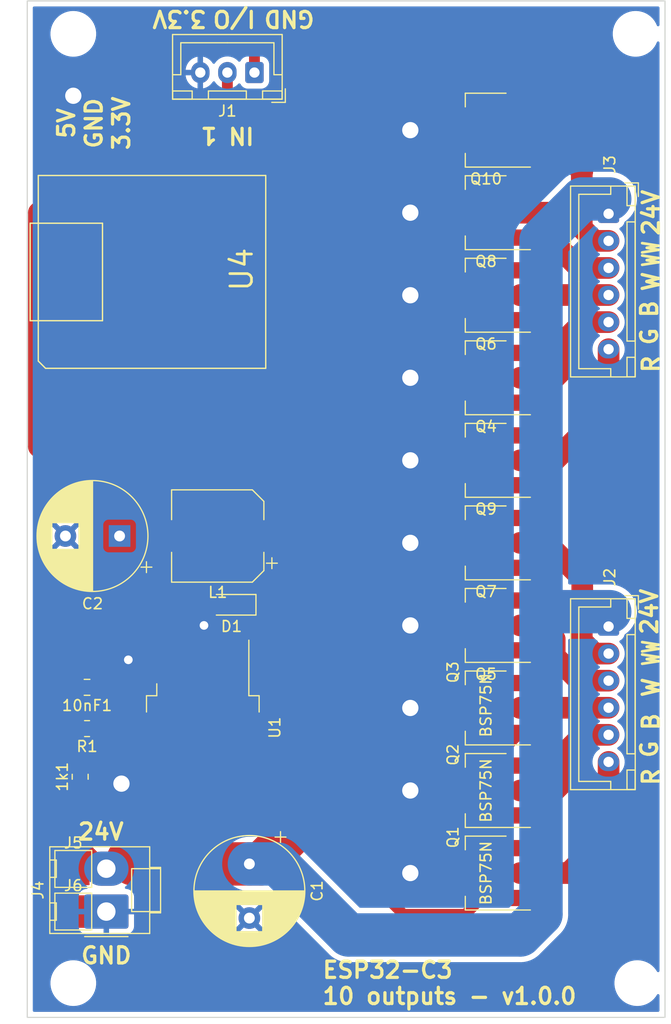
<source format=kicad_pcb>
(kicad_pcb (version 20211014) (generator pcbnew)
  (layers (0 "F.Cu" signal) (31 "B.Cu" signal) (34 "B.Paste" user) (35 "F.Paste" user) (36 "B.SilkS" user "B.Silkscreen") (37 "F.SilkS" user "F.Silkscreen") (38 "B.Mask" user) (39 "F.Mask" user) (44 "Edge.Cuts" user))
  (net 0 "")
  (net 1 "GND")
  (net 2 "+3.3V")
  (net 3 "OUT1")
  (net 4 "OUT3")
  (net 5 "OUT2")
  (net 6 "OUT4")
  (net 7 "GND_OUT1")
  (net 8 "GND_OUT2")
  (net 9 "GND_OUT3")
  (net 10 "+24V")
  (net 11 "Net-(D1-Pad1)")
  (net 12 "Net-(10nF1-Pad1)")
  (net 13 "OUT5")
  (net 14 "OUT9")
  (net 15 "IN1")
  (net 16 "GND_OUT10")
  (net 17 "OUT8")
  (net 18 "OUT7")
  (net 19 "OUT6")
  (net 20 "+5V")
  (net 21 "GND_OUT7")
  (net 22 "GND_OUT8")
  (net 23 "GND_OUT9")
  (net 24 "GND_OUT4")
  (net 25 "GND_OUT5")
  (net 26 "GND_OUT6")
  (net 27 "OUT10")
  (footprint "Connector_JST:JST_XH_B3B-XH-A_1x03_P2.50mm_Vertical" (layer "F.Cu") (at 110.45 39.387 180)
    (fp_text reference "J1" (at 2.5 -3.55) (layer "F.SilkS"))
    (fp_text value "Conn_01x03_Male")
    (pad "1" thru_hole roundrect (at 0 0 180) (size 1.7 1.95) (drill 0.95) (layers *.Cu *.Mask) (roundrect_rratio 0.147059) (net 2 "+3.3V"))
    (pad "2" thru_hole oval (at 2.5 0 180) (size 1.7 1.95) (drill 0.95) (layers *.Cu *.Mask) (net 15 "IN1"))
    (pad "3" thru_hole oval (at 5 0 180) (size 1.7 1.95) (drill 0.95) (layers *.Cu *.Mask) (net 1 "GND"))
  )
  (footprint "Package_TO_SOT_SMD:SOT-223" (layer "F.Cu") (at 131.826 82.804 180)
    (fp_text reference "Q7" (at 0 -4.5) (layer "F.SilkS"))
    (fp_text value "BSP75N")
    (pad "1" smd rect (at -3.15 -2.3 180) (size 2 1.5) (layers "F.Cu" "F.Paste" "F.Mask") (net 13 "OUT5"))
    (pad "2" smd rect (at -3.15 0 180) (size 2 1.5) (layers "F.Cu" "F.Paste" "F.Mask") (net 25 "GND_OUT5"))
    (pad "3" smd rect (at -3.15 2.3 180) (size 2 1.5) (layers "F.Cu" "F.Paste" "F.Mask") (net 1 "GND"))
    (pad "4" smd rect (at 3.15 0 180) (size 2 3.8) (layers "F.Cu" "F.Paste" "F.Mask") (net 1 "GND"))
  )
  (footprint "TestPoint:TestPoint_Pad_3.0x3.0mm" (layer "F.Cu") (at 93.726 116.84)
    (fp_text reference "J6" (at 0 -2.398) (layer "F.SilkS"))
    (fp_text value "Conn_01x01_Male")
    (pad "1" smd rect (at 0 0) (size 3 3) (layers "F.Cu" "F.Mask") (net 1 "GND"))
  )
  (footprint "MountingHole:MountingHole_3.2mm_M3_ISO7380" (layer "F.Cu") (at 145.796 123.444)
    (fp_text reference "H4" hide)
    (fp_text value "MountingHole" hide)
    (pad "" np_thru_hole circle (at 0 0) (size 3.2 3.2) (drill 3.2) (layers *.Cu *.Mask))
  )
  (footprint "MountingHole:MountingHole_3.2mm_M3_ISO7380" (layer "F.Cu") (at 93.726 123.444)
    (fp_text reference "H2" hide)
    (fp_text value "MountingHole" hide)
    (pad "" np_thru_hole circle (at 0 0) (size 3.2 3.2) (drill 3.2) (layers *.Cu *.Mask))
  )
  (footprint "Package_TO_SOT_SMD:SOT-223" (layer "F.Cu") (at 131.826 75.184 180)
    (fp_text reference "Q9" (at 0 -4.5) (layer "F.SilkS"))
    (fp_text value "BSP75N")
    (pad "1" smd rect (at -3.15 -2.3 180) (size 2 1.5) (layers "F.Cu" "F.Paste" "F.Mask") (net 19 "OUT6"))
    (pad "2" smd rect (at -3.15 0 180) (size 2 1.5) (layers "F.Cu" "F.Paste" "F.Mask") (net 26 "GND_OUT6"))
    (pad "3" smd rect (at -3.15 2.3 180) (size 2 1.5) (layers "F.Cu" "F.Paste" "F.Mask") (net 1 "GND"))
    (pad "4" smd rect (at 3.15 0 180) (size 2 3.8) (layers "F.Cu" "F.Paste" "F.Mask") (net 1 "GND"))
  )
  (footprint "Resistor_SMD:R_0805_2012Metric_Pad1.20x1.40mm_HandSolder" (layer "F.Cu") (at 94.996 99.949 180)
    (fp_text reference "R1" (at 0 -1.65) (layer "F.SilkS"))
    (fp_text value "3k")
    (pad "1" smd roundrect (at -1 0 180) (size 1.2 1.4) (layers "F.Cu" "F.Paste" "F.Mask") (roundrect_rratio 0.208333) (net 12 "Net-(10nF1-Pad1)"))
    (pad "2" smd roundrect (at 1 0 180) (size 1.2 1.4) (layers "F.Cu" "F.Paste" "F.Mask") (roundrect_rratio 0.208333) (net 20 "+5V"))
  )
  (footprint "Project_custom:MOUDLE14P-SMD-2.54-21X17.8MM" (layer "F.Cu") (at 111.493076 66.69 90)
    (fp_text reference "U4" (at 9.124 -2.22925 90) (layer "F.SilkS") (effects (font (size 2 2) (thickness 0.25))))
    (fp_text value "MOUDLE-SEEEDUINO-XIAO-ESP32C3")
    (pad "1" smd roundrect (at 0 -18.12 90) (size 3 1.6) (layers "F.Cu" "F.Paste" "F.Mask") (roundrect_rratio 0.5) (net 18 "OUT7"))
    (pad "2" smd roundrect (at 0 -15.58 90) (size 3 1.6) (layers "F.Cu" "F.Paste" "F.Mask") (roundrect_rratio 0.5) (net 19 "OUT6"))
    (pad "3" smd roundrect (at 0 -13.04 90) (size 3 1.6) (layers "F.Cu" "F.Paste" "F.Mask") (roundrect_rratio 0.5) (net 13 "OUT5"))
    (pad "4" smd roundrect (at 0 -10.5 90) (size 3 1.6) (layers "F.Cu" "F.Paste" "F.Mask") (roundrect_rratio 0.5) (net 6 "OUT4"))
    (pad "5" smd roundrect (at 0 -7.96 90) (size 3 1.6) (layers "F.Cu" "F.Paste" "F.Mask") (roundrect_rratio 0.5) (net 4 "OUT3"))
    (pad "6" smd roundrect (at 0 -5.42 90) (size 3 1.6) (layers "F.Cu" "F.Paste" "F.Mask") (roundrect_rratio 0.5) (net 5 "OUT2"))
    (pad "7" smd roundrect (at 0 -2.88 90) (size 3 1.6) (layers "F.Cu" "F.Paste" "F.Mask") (roundrect_rratio 0.5) (net 3 "OUT1"))
    (pad "8" smd roundrect (at 17.78 -2.88 90) (size 3 1.6) (layers "F.Cu" "F.Paste" "F.Mask") (roundrect_rratio 0.5) (net 17 "OUT8"))
    (pad "9" smd roundrect (at 17.78 -5.42 90) (size 3 1.6) (layers "F.Cu" "F.Paste" "F.Mask") (roundrect_rratio 0.5) (net 14 "OUT9"))
    (pad "10" smd roundrect (at 17.78 -7.96 90) (size 3 1.6) (layers "F.Cu" "F.Paste" "F.Mask") (roundrect_rratio 0.5) (net 27 "OUT10"))
    (pad "11" smd roundrect (at 17.78 -10.5 90) (size 3 1.6) (layers "F.Cu" "F.Paste" "F.Mask") (roundrect_rratio 0.5) (net 15 "IN1"))
    (pad "12" smd roundrect (at 17.78 -13.04 90) (size 3 1.6) (layers "F.Cu" "F.Paste" "F.Mask") (roundrect_rratio 0.5) (net 2 "+3.3V"))
    (pad "13" smd roundrect (at 17.78 -15.58 90) (size 3 1.6) (layers "F.Cu" "F.Paste" "F.Mask") (roundrect_rratio 0.5) (net 1 "GND"))
    (pad "14" smd roundrect (at 17.78 -18.12 90) (size 3 1.6) (layers "F.Cu" "F.Paste" "F.Mask") (roundrect_rratio 0.5) (net 20 "+5V"))
  )
  (footprint "MountingHole:MountingHole_3.2mm_M3_ISO7380" (layer "F.Cu") (at 93.726 35.814)
    (fp_text reference "H1" hide)
    (fp_text value "MountingHole" hide)
    (pad "" np_thru_hole circle (at 0 0) (size 3.2 3.2) (drill 3.2) (layers *.Cu *.Mask))
  )
  (footprint "Connector_Molex:Molex_KK-396_A-41791-0002_1x02_P3.96mm_Vertical" (layer "F.Cu") (at 96.774 116.84 90)
    (fp_text reference "J4" (at 1.98 -6.31 90) (layer "F.SilkS"))
    (fp_text value "Conn_01x02_Male")
    (pad "1" thru_hole roundrect (at 0 0 90) (size 3.16 4.1) (drill 1.7) (layers *.Cu *.Mask) (roundrect_rratio 0.079114) (net 1 "GND"))
    (pad "2" thru_hole oval (at 3.96 0 90) (size 3.16 4.1) (drill 1.7) (layers *.Cu *.Mask) (net 10 "+24V"))
  )
  (footprint "Resistor_SMD:R_0805_2012Metric_Pad1.20x1.40mm_HandSolder" (layer "F.Cu") (at 94.361 104.394 90)
    (fp_text reference "1k1" (at 0 -1.65 90) (layer "F.SilkS"))
    (fp_text value "R")
    (pad "1" smd roundrect (at -1 0 90) (size 1.2 1.4) (layers "F.Cu" "F.Paste" "F.Mask") (roundrect_rratio 0.208333) (net 10 "+24V"))
    (pad "2" smd roundrect (at 1 0 90) (size 1.2 1.4) (layers "F.Cu" "F.Paste" "F.Mask") (roundrect_rratio 0.208333) (net 12 "Net-(10nF1-Pad1)"))
  )
  (footprint "Package_TO_SOT_SMD:SOT-223" (layer "F.Cu") (at 131.826 90.424 180)
    (fp_text reference "Q5" (at 0 -4.5) (layer "F.SilkS"))
    (fp_text value "BSP75N")
    (pad "1" smd rect (at -3.15 -2.3 180) (size 2 1.5) (layers "F.Cu" "F.Paste" "F.Mask") (net 6 "OUT4"))
    (pad "2" smd rect (at -3.15 0 180) (size 2 1.5) (layers "F.Cu" "F.Paste" "F.Mask") (net 24 "GND_OUT4"))
    (pad "3" smd rect (at -3.15 2.3 180) (size 2 1.5) (layers "F.Cu" "F.Paste" "F.Mask") (net 1 "GND"))
    (pad "4" smd rect (at 3.15 0 180) (size 2 3.8) (layers "F.Cu" "F.Paste" "F.Mask") (net 1 "GND"))
  )
  (footprint "Package_TO_SOT_SMD:SOT-223" (layer "F.Cu") (at 131.826 98.044 180)
    (fp_text reference "Q3" (at 3.048 3.302 90) (layer "F.SilkS"))
    (fp_text value "BSP75N" (at 0 0.254 90) (layer "F.SilkS"))
    (pad "1" smd rect (at -3.15 -2.3 180) (size 2 1.5) (layers "F.Cu" "F.Paste" "F.Mask") (net 4 "OUT3"))
    (pad "2" smd rect (at -3.15 0 180) (size 2 1.5) (layers "F.Cu" "F.Paste" "F.Mask") (net 9 "GND_OUT3"))
    (pad "3" smd rect (at -3.15 2.3 180) (size 2 1.5) (layers "F.Cu" "F.Paste" "F.Mask") (net 1 "GND"))
    (pad "4" smd rect (at 3.15 0 180) (size 2 3.8) (layers "F.Cu" "F.Paste" "F.Mask") (net 1 "GND"))
  )
  (footprint "Package_TO_SOT_SMD:SOT-223" (layer "F.Cu") (at 131.826 44.704 180)
    (fp_text reference "Q10" (at 0 -4.5) (layer "F.SilkS"))
    (fp_text value "BSP75N")
    (pad "1" smd rect (at -3.15 -2.3 180) (size 2 1.5) (layers "F.Cu" "F.Paste" "F.Mask") (net 27 "OUT10"))
    (pad "2" smd rect (at -3.15 0 180) (size 2 1.5) (layers "F.Cu" "F.Paste" "F.Mask") (net 16 "GND_OUT10"))
    (pad "3" smd rect (at -3.15 2.3 180) (size 2 1.5) (layers "F.Cu" "F.Paste" "F.Mask") (net 1 "GND"))
    (pad "4" smd rect (at 3.15 0 180) (size 2 3.8) (layers "F.Cu" "F.Paste" "F.Mask") (net 1 "GND"))
  )
  (footprint "Capacitor_THT:CP_Radial_D10.0mm_P5.00mm" (layer "F.Cu") (at 109.982 112.440323 -90)
    (fp_text reference "C1" (at 2.5 -6.25 90) (layer "F.SilkS"))
    (fp_text value "330uF")
    (pad "1" thru_hole rect (at 0 0 270) (size 2 2) (drill 1) (layers *.Cu *.Mask) (net 10 "+24V"))
    (pad "2" thru_hole circle (at 5 0 270) (size 2 2) (drill 1) (layers *.Cu *.Mask) (net 1 "GND"))
  )
  (footprint "Connector_JST:JST_XH_B6B-XH-A_1x06_P2.50mm_Vertical" (layer "F.Cu") (at 143.146 52.424 -90)
    (fp_text reference "J3" (at -4.545 -0.11 90) (layer "F.SilkS"))
    (fp_text value "Conn_01x06_Male")
    (pad "1" thru_hole roundrect (at 0 0 270) (size 1.7 1.95) (drill 0.95) (layers *.Cu *.Mask) (roundrect_rratio 0.147059) (net 10 "+24V"))
    (pad "2" thru_hole oval (at 2.5 0 270) (size 1.7 1.95) (drill 0.95) (layers *.Cu *.Mask) (net 16 "GND_OUT10"))
    (pad "3" thru_hole oval (at 5 0 270) (size 1.7 1.95) (drill 0.95) (layers *.Cu *.Mask) (net 23 "GND_OUT9"))
    (pad "4" thru_hole oval (at 7.5 0 270) (size 1.7 1.95) (drill 0.95) (layers *.Cu *.Mask) (net 22 "GND_OUT8"))
    (pad "5" thru_hole oval (at 10 0 270) (size 1.7 1.95) (drill 0.95) (layers *.Cu *.Mask) (net 21 "GND_OUT7"))
    (pad "6" thru_hole oval (at 12.5 0 270) (size 1.7 1.95) (drill 0.95) (layers *.Cu *.Mask) (net 26 "GND_OUT6"))
  )
  (footprint "Package_TO_SOT_SMD:SOT-223" (layer "F.Cu") (at 131.826 105.664 180)
    (fp_text reference "Q2" (at 3.048 3.302 90) (layer "F.SilkS"))
    (fp_text value "BSP75N" (at 0 0 90) (layer "F.SilkS"))
    (pad "1" smd rect (at -3.15 -2.3 180) (size 2 1.5) (layers "F.Cu" "F.Paste" "F.Mask") (net 5 "OUT2"))
    (pad "2" smd rect (at -3.15 0 180) (size 2 1.5) (layers "F.Cu" "F.Paste" "F.Mask") (net 8 "GND_OUT2"))
    (pad "3" smd rect (at -3.15 2.3 180) (size 2 1.5) (layers "F.Cu" "F.Paste" "F.Mask") (net 1 "GND"))
    (pad "4" smd rect (at 3.15 0 180) (size 2 3.8) (layers "F.Cu" "F.Paste" "F.Mask") (net 1 "GND"))
  )
  (footprint "Capacitor_SMD:C_0805_2012Metric_Pad1.18x1.45mm_HandSolder" (layer "F.Cu") (at 94.996 96.139 180)
    (fp_text reference "10nF1" (at 0 -1.68) (layer "F.SilkS"))
    (fp_text value "C")
    (pad "1" smd roundrect (at -1.0375 0 180) (size 1.175 1.45) (layers "F.Cu" "F.Paste" "F.Mask") (roundrect_rratio 0.212766) (net 12 "Net-(10nF1-Pad1)"))
    (pad "2" smd roundrect (at 1.0375 0 180) (size 1.175 1.45) (layers "F.Cu" "F.Paste" "F.Mask") (roundrect_rratio 0.212766) (net 20 "+5V"))
  )
  (footprint "Package_TO_SOT_SMD:TO-263-5_TabPin3" (layer "F.Cu") (at 105.683 99.864 -90)
    (fp_text reference "U1" (at 0 -6.65 90) (layer "F.SilkS"))
    (fp_text value "LM2596S-ADJ")
    (pad "1" smd rect (at -5.775 -3.4 270) (size 4.6 1.1) (layers "F.Cu" "F.Paste" "F.Mask") (net 10 "+24V"))
    (pad "2" smd rect (at -5.775 -1.7 270) (size 4.6 1.1) (layers "F.Cu" "F.Paste" "F.Mask") (net 11 "Net-(D1-Pad1)"))
    (pad "3" smd rect (at -5.775 0 270) (size 4.6 1.1) (layers "F.Cu" "F.Paste" "F.Mask") (net 1 "GND"))
    (pad "3" smd rect (at 3.375 0 270) (size 9.4 10.8) (layers "F.Cu" "F.Mask") (net 1 "GND"))
    (pad "4" smd rect (at -5.775 1.7 270) (size 4.6 1.1) (layers "F.Cu" "F.Paste" "F.Mask") (net 12 "Net-(10nF1-Pad1)"))
    (pad "5" smd rect (at -5.775 3.4 270) (size 4.6 1.1) (layers "F.Cu" "F.Paste" "F.Mask") (net 1 "GND"))
  )
  (footprint "Capacitor_THT:CP_Radial_D10.0mm_P5.00mm" (layer "F.Cu") (at 97.998677 82.169 180)
    (fp_text reference "C2" (at 2.5 -6.25) (layer "F.SilkS"))
    (fp_text value "330uF")
    (pad "1" thru_hole rect (at 0 0 180) (size 2 2) (drill 1) (layers *.Cu *.Mask) (net 20 "+5V"))
    (pad "2" thru_hole circle (at 5 0 180) (size 2 2) (drill 1) (layers *.Cu *.Mask) (net 1 "GND"))
  )
  (footprint "MountingHole:MountingHole_3.2mm_M3_ISO7380" (layer "F.Cu") (at 145.641 35.814)
    (fp_text reference "H3" hide)
    (fp_text value "MountingHole" hide)
    (pad "" np_thru_hole circle (at 0 0) (size 3.2 3.2) (drill 3.2) (layers *.Cu *.Mask))
  )
  (footprint "Package_TO_SOT_SMD:SOT-223" (layer "F.Cu") (at 131.826 113.284 180)
    (fp_text reference "Q1" (at 3.048 3.302 90) (layer "F.SilkS"))
    (fp_text value "BSP75N" (at 0 0 90) (layer "F.SilkS"))
    (pad "1" smd rect (at -3.15 -2.3 180) (size 2 1.5) (layers "F.Cu" "F.Paste" "F.Mask") (net 3 "OUT1"))
    (pad "2" smd rect (at -3.15 0 180) (size 2 1.5) (layers "F.Cu" "F.Paste" "F.Mask") (net 7 "GND_OUT1"))
    (pad "3" smd rect (at -3.15 2.3 180) (size 2 1.5) (layers "F.Cu" "F.Paste" "F.Mask") (net 1 "GND"))
    (pad "4" smd rect (at 3.15 0 180) (size 2 3.8) (layers "F.Cu" "F.Paste" "F.Mask") (net 1 "GND"))
  )
  (footprint "Package_TO_SOT_SMD:SOT-223" (layer "F.Cu") (at 131.826 67.564 180)
    (fp_text reference "Q4" (at 0 -4.5) (layer "F.SilkS"))
    (fp_text value "BSP75N")
    (pad "1" smd rect (at -3.15 -2.3 180) (size 2 1.5) (layers "F.Cu" "F.Paste" "F.Mask") (net 18 "OUT7"))
    (pad "2" smd rect (at -3.15 0 180) (size 2 1.5) (layers "F.Cu" "F.Paste" "F.Mask") (net 21 "GND_OUT7"))
    (pad "3" smd rect (at -3.15 2.3 180) (size 2 1.5) (layers "F.Cu" "F.Paste" "F.Mask") (net 1 "GND"))
    (pad "4" smd rect (at 3.15 0 180) (size 2 3.8) (layers "F.Cu" "F.Paste" "F.Mask") (net 1 "GND"))
  )
  (footprint "TestPoint:TestPoint_Pad_3.0x3.0mm" (layer "F.Cu") (at 93.726 112.903)
    (fp_text reference "J5" (at 0 -2.398) (layer "F.SilkS"))
    (fp_text value "Conn_01x01_Male")
    (pad "1" smd rect (at 0 0) (size 3 3) (layers "F.Cu" "F.Mask") (net 10 "+24V"))
  )
  (footprint "Capacitor_SMD:CP_Elec_8x6.7" (layer "F.Cu") (at 107.061 82.169 180)
    (fp_text reference "L1" (at 0 -5.2) (layer "F.SilkS"))
    (fp_text value "33uH")
    (pad "1" smd roundrect (at -3.05 0 180) (size 4 2.5) (layers "F.Cu" "F.Paste" "F.Mask") (roundrect_rratio 0.1) (net 11 "Net-(D1-Pad1)"))
    (pad "2" smd roundrect (at 3.05 0 180) (size 4 2.5) (layers "F.Cu" "F.Paste" "F.Mask") (roundrect_rratio 0.1) (net 20 "+5V"))
  )
  (footprint "Diode_SMD:Nexperia_CFP3_SOD-123W" (layer "F.Cu") (at 108.331 88.519 180)
    (fp_text reference "D1" (at 0 -2) (layer "F.SilkS"))
    (fp_text value "D_Schottky")
    (pad "1" smd rect (at -1.4 0 180) (size 1.2 1.2) (layers "F.Cu" "F.Paste" "F.Mask") (net 11 "Net-(D1-Pad1)"))
    (pad "2" smd rect (at 1.4 0 180) (size 1.2 1.2) (layers "F.Cu" "F.Paste" "F.Mask") (net 1 "GND"))
  )
  (footprint "Package_TO_SOT_SMD:SOT-223" (layer "F.Cu") (at 131.826 59.944 180)
    (fp_text reference "Q6" (at 0 -4.5) (layer "F.SilkS"))
    (fp_text value "BSP75N")
    (pad "1" smd rect (at -3.15 -2.3 180) (size 2 1.5) (layers "F.Cu" "F.Paste" "F.Mask") (net 17 "OUT8"))
    (pad "2" smd rect (at -3.15 0 180) (size 2 1.5) (layers "F.Cu" "F.Paste" "F.Mask") (net 22 "GND_OUT8"))
    (pad "3" smd rect (at -3.15 2.3 180) (size 2 1.5) (layers "F.Cu" "F.Paste" "F.Mask") (net 1 "GND"))
    (pad "4" smd rect (at 3.15 0 180) (size 2 3.8) (layers "F.Cu" "F.Paste" "F.Mask") (net 1 "GND"))
  )
  (footprint "Connector_JST:JST_XH_B6B-XH-A_1x06_P2.50mm_Vertical" (layer "F.Cu") (at 143.146 90.524 -90)
    (fp_text reference "J2" (at -4.545 -0.11 90) (layer "F.SilkS"))
    (fp_text value "Conn_01x06_Male")
    (pad "1" thru_hole roundrect (at 0 0 270) (size 1.7 1.95) (drill 0.95) (layers *.Cu *.Mask) (roundrect_rratio 0.147059) (net 10 "+24V"))
    (pad "2" thru_hole oval (at 2.5 0 270) (size 1.7 1.95) (drill 0.95) (layers *.Cu *.Mask) (net 25 "GND_OUT5"))
    (pad "3" thru_hole oval (at 5 0 270) (size 1.7 1.95) (drill 0.95) (layers *.Cu *.Mask) (net 24 "GND_OUT4"))
    (pad "4" thru_hole oval (at 7.5 0 270) (size 1.7 1.95) (drill 0.95) (layers *.Cu *.Mask) (net 9 "GND_OUT3"))
    (pad "5" thru_hole oval (at 10 0 270) (size 1.7 1.95) (drill 0.95) (layers *.Cu *.Mask) (net 8 "GND_OUT2"))
    (pad "6" thru_hole oval (at 12.5 0 270) (size 1.7 1.95) (drill 0.95) (layers *.Cu *.Mask) (net 7 "GND_OUT1"))
  )
  (footprint "Package_TO_SOT_SMD:SOT-223" (layer "F.Cu") (at 131.826 52.324 180)
    (fp_text reference "Q8" (at 0 -4.5) (layer "F.SilkS"))
    (fp_text value "BSP75N")
    (pad "1" smd rect (at -3.15 -2.3 180) (size 2 1.5) (layers "F.Cu" "F.Paste" "F.Mask") (net 14 "OUT9"))
    (pad "2" smd rect (at -3.15 0 180) (size 2 1.5) (layers "F.Cu" "F.Paste" "F.Mask") (net 23 "GND_OUT9"))
    (pad "3" smd rect (at -3.15 2.3 180) (size 2 1.5) (layers "F.Cu" "F.Paste" "F.Mask") (net 1 "GND"))
    (pad "4" smd rect (at 3.15 0 180) (size 2 3.8) (layers "F.Cu" "F.Paste" "F.Mask") (net 1 "GND"))
  )
  (gr_rect (start 89.474 32.775) (end 148.355 126.607) (layer "Edge.Cuts") (width 0.1) (fill none))
  (gr_text "WW" (at 147.066 92.964 90) (layer "F.SilkS") (effects (font (size 1.5 1) (thickness 0.25))))
  (gr_text "24V" (at 96.266 109.474) (layer "F.SilkS") (effects (font (size 1.5 1.5) (thickness 0.3))))
  (gr_text "R" (at 147.066 66.294 90) (layer "F.SilkS") (effects (font (size 1.5 1.5) (thickness 0.3))))
  (gr_text "24V" (at 147.066 52.324 90) (layer "F.SilkS") (effects (font (size 1.5 1.5) (thickness 0.3))))
  (gr_text "5V" (at 93.091 44.069 90) (layer "F.SilkS") (effects (font (size 1.5 1.5) (thickness 0.3))))
  (gr_text "3.3V" (at 98.171 44.069 90) (layer "F.SilkS") (effects (font (size 1.5 1.5) (thickness 0.3))))
  (gr_text "IN 1" (at 107.95 45.212 180) (layer "F.SilkS") (effects (font (size 1.5 1.5) (thickness 0.3))))
  (gr_text "G" (at 146.911 63.754 90) (layer "F.SilkS") (effects (font (size 1.5 1.5) (thickness 0.3))))
  (gr_text "W" (at 147.066 96.139 90) (layer "F.SilkS") (effects (font (size 1.5 1.5) (thickness 0.3))))
  (gr_text "W" (at 147.066 58.674 90) (layer "F.SilkS") (effects (font (size 1.5 1.5) (thickness 0.3))))
  (gr_text "24V" (at 146.911 89.154 90) (layer "F.SilkS") (effects (font (size 1.5 1.5) (thickness 0.3))))
  (gr_text "R" (at 147.066 104.394 90) (layer "F.SilkS") (effects (font (size 1.5 1.5) (thickness 0.3))))
  (gr_text "GND" (at 96.774 120.904) (layer "F.SilkS") (effects (font (size 1.5 1.5) (thickness 0.3))))
  (gr_text "I/O" (at 108.585 34.417 180) (layer "F.SilkS") (effects (font (size 1.5 1.5) (thickness 0.3))))
  (gr_text "3.3V" (at 103.505 34.417 180) (layer "F.SilkS") (effects (font (size 1.5 1.5) (thickness 0.3))))
  (gr_text "GND" (at 113.665 34.417 180) (layer "F.SilkS") (effects (font (size 1.5 1.5) (thickness 0.3))))
  (gr_text "WW" (at 147.066 56.134 90) (layer "F.SilkS") (effects (font (size 1.5 1) (thickness 0.25))))
  (gr_text "GND" (at 95.631 44.069 90) (layer "F.SilkS") (effects (font (size 1.5 1.5) (thickness 0.3))))
  (gr_text "ESP32-C3\n10 outputs - v1.0.0" (at 116.586 123.444) (layer "F.SilkS") (effects (font (size 1.5 1.5) (thickness 0.3)) (justify left)))
  (gr_text "B" (at 147.066 99.314 90) (layer "F.SilkS") (effects (font (size 1.5 1.5) (thickness 0.3))))
  (gr_text "G" (at 146.911 101.854 90) (layer "F.SilkS") (effects (font (size 1.5 1.5) (thickness 0.3))))
  (gr_text "B" (at 146.911 61.214 90) (layer "F.SilkS") (effects (font (size 1.5 1.5) (thickness 0.3))))
  (segment (start 134.976 50.024) (end 130.976 50.024) (width 1) (layer "F.Cu") (net 1))
  (segment (start 99.961 103.239) (end 98.171 105.029) (width 4) (layer "F.Cu") (net 1))
  (segment (start 130.976 103.364) (end 128.676 105.664) (width 1) (layer "F.Cu") (net 1))
  (segment (start 128.676 75.184) (end 124.841 75.184) (width 4) (layer "F.Cu") (net 1))
  (segment (start 128.676 90.424) (end 124.841 90.424) (width 4) (layer "F.Cu") (net 1))
  (segment (start 130.976 80.504) (end 128.676 82.804) (width 1) (layer "F.Cu") (net 1))
  (segment (start 128.676 98.044) (end 124.841 98.044) (width 4) (layer "F.Cu") (net 1))
  (segment (start 130.976 65.264) (end 128.676 67.564) (width 1) (layer "F.Cu") (net 1))
  (segment (start 130.976 57.644) (end 128.676 59.944) (width 1) (layer "F.Cu") (net 1))
  (segment (start 128.676 67.564) (end 124.841 67.564) (width 4) (layer "F.Cu") (net 1))
  (segment (start 134.976 65.264) (end 130.976 65.264) (width 1) (layer "F.Cu") (net 1))
  (segment (start 105.683 91.037) (end 105.791 90.929) (width 1) (layer "F.Cu") (net 1))
  (segment (start 99.296 94.089) (end 98.806 93.599) (width 1) (layer "F.Cu") (net 1))
  (segment (start 128.676 44.704) (end 124.841 44.704) (width 4) (layer "F.Cu") (net 1))
  (segment (start 134.976 57.644) (end 130.976 57.644) (width 1) (layer "F.Cu") (net 1))
  (segment (start 130.976 95.744) (end 128.676 98.044) (width 1) (layer "F.Cu") (net 1))
  (segment (start 130.976 42.404) (end 128.676 44.704) (width 1) (layer "F.Cu") (net 1))
  (segment (start 134.976 103.364) (end 130.976 103.364) (width 1) (layer "F.Cu") (net 1))
  (segment (start 128.676 82.804) (end 124.841 82.804) (width 4) (layer "F.Cu") (net 1))
  (segment (start 128.676 52.324) (end 124.841 52.324) (width 4) (layer "F.Cu") (net 1))
  (segment (start 95.913076 48.91) (end 95.913076 43.716076) (width 1) (layer "F.Cu") (net 1))
  (segment (start 105.791 90.929) (end 105.791 90.424) (width 1) (layer "F.Cu") (net 1))
  (segment (start 105.683 94.089) (end 105.683 103.239) (width 1) (layer "F.Cu") (net 1))
  (segment (start 102.283 94.089) (end 99.296 94.089) (width 1) (layer "F.Cu") (net 1))
  (segment (start 128.676 113.284) (end 124.841 113.284) (width 4) (layer "F.Cu") (net 1))
  (segment (start 128.676 59.944) (end 124.841 59.944) (width 4) (layer "F.Cu") (net 1))
  (segment (start 134.976 110.984) (end 130.976 110.984) (width 1) (layer "F.Cu") (net 1))
  (segment (start 128.676 105.664) (end 124.841 105.664) (width 4) (layer "F.Cu") (net 1))
  (segment (start 105.683 94.089) (end 105.683 91.037) (width 1) (layer "F.Cu") (net 1))
  (segment (start 105.683 103.239) (end 99.961 103.239) (width 4) (layer "F.Cu") (net 1))
  (segment (start 134.976 88.124) (end 130.976 88.124) (width 1) (layer "F.Cu") (net 1))
  (segment (start 134.976 80.504) (end 130.976 80.504) (width 1) (layer "F.Cu") (net 1))
  (segment (start 105.791 89.659) (end 106.931 88.519) (width 1) (layer "F.Cu") (net 1))
  (segment (start 134.976 72.884) (end 130.976 72.884) (width 1) (layer "F.Cu") (net 1))
  (segment (start 134.976 42.404) (end 130.976 42.404) (width 1) (layer "F.Cu") (net 1))
  (segment (start 105.791 90.424) (end 105.791 89.659) (width 1) (layer "F.Cu") (net 1))
  (segment (start 95.913076 43.716076) (end 93.726 41.529) (width 1) (layer "F.Cu") (net 1))
  (segment (start 130.976 110.984) (end 128.676 113.284) (width 1) (layer "F.Cu") (net 1))
  (segment (start 130.976 88.124) (end 128.676 90.424) (width 1) (layer "F.Cu") (net 1))
  (segment (start 134.976 95.744) (end 130.976 95.744) (width 1) (layer "F.Cu") (net 1))
  (segment (start 130.976 50.024) (end 128.676 52.324) (width 1) (layer "F.Cu") (net 1))
  (segment (start 130.976 72.884) (end 128.676 75.184) (width 1) (layer "F.Cu") (net 1))
  (via (at 124.841 82.804) (size 4) (drill 1.5) (layers "F.Cu" "B.Cu") (net 1))
  (via (at 124.841 67.564) (size 4) (drill 1.5) (layers "F.Cu" "B.Cu") (net 1))
  (via (at 105.791 90.424) (size 1.5) (drill 0.8) (layers "F.Cu" "B.Cu") (net 1))
  (via (at 124.841 44.704) (size 4) (drill 1.5) (layers "F.Cu" "B.Cu") (net 1))
  (via (at 124.841 98.044) (size 4) (drill 1.5) (layers "F.Cu" "B.Cu") (net 1))
  (via (at 98.171 105.029) (size 4) (drill 1.5) (layers "F.Cu" "B.Cu") (net 1))
  (via (at 124.841 90.424) (size 4) (drill 1.5) (layers "F.Cu" "B.Cu") (net 1))
  (via (at 124.841 52.324) (size 4) (drill 1.5) (layers "F.Cu" "B.Cu") (net 1))
  (via (at 124.841 113.284) (size 4) (drill 1.5) (layers "F.Cu" "B.Cu") (net 1))
  (via (at 124.841 59.944) (size 4) (drill 1.5) (layers "F.Cu" "B.Cu") (net 1))
  (via (at 124.841 75.184) (size 4) (drill 1.5) (layers "F.Cu" "B.Cu") (net 1))
  (via (at 93.726 41.529) (size 4) (drill 1.5) (layers "F.Cu" "B.Cu") (net 1))
  (via (at 98.806 93.599) (size 1.5) (drill 0.8) (layers "F.Cu" "B.Cu") (net 1))
  (via (at 124.841 105.664) (size 4) (drill 1.5) (layers "F.Cu" "B.Cu") (net 1))
  (segment (start 103.251 36.449) (end 109.601 36.449) (width 1) (layer "F.Cu") (net 2))
  (segment (start 98.453076 41.246924) (end 103.251 36.449) (width 1) (layer "F.Cu") (net 2))
  (segment (start 98.453076 48.91) (end 98.453076 41.246924) (width 1) (layer "F.Cu") (net 2))
  (segment (start 110.45 37.298) (end 110.45 39.387) (width 1) (layer "F.Cu") (net 2))
  (segment (start 109.601 36.449) (end 110.45 37.298) (width 1) (layer "F.Cu") (net 2))
  (segment (start 116.761 93.99032) (end 116.761 89.154) (width 1) (layer "F.Cu") (net 3))
  (segment (start 134.976 115.584) (end 131.431 115.584) (width 1) (layer "F.Cu") (net 3))
  (segment (start 113.816 79.61532) (end 108.613076 74.412396) (width 1) (layer "F.Cu") (net 3))
  (segment (start 124.206 117.094) (end 121.666 114.554) (width 1) (layer "F.Cu") (net 3))
  (segment (start 113.816 86.209) (end 113.816 79.61532) (width 1) (layer "F.Cu") (net 3))
  (segment (start 108.613076 74.412396) (end 108.613076 66.69) (width 1) (layer "F.Cu") (net 3))
  (segment (start 121.666 114.554) (end 121.666 109.05532) (width 1) (layer "F.Cu") (net 3))
  (segment (start 119.761 101.854) (end 118.261 100.354) (width 1) (layer "F.Cu") (net 3))
  (segment (start 121.666 109.05532) (end 119.761 107.15032) (width 1) (layer "F.Cu") (net 3))
  (segment (start 129.921 117.094) (end 124.206 117.094) (width 1) (layer "F.Cu") (net 3))
  (segment (start 118.261 100.354) (end 118.261 95.49032) (width 1) (layer "F.Cu") (net 3))
  (segment (start 116.761 89.154) (end 113.816 86.209) (width 1) (layer "F.Cu") (net 3))
  (segment (start 131.431 115.584) (end 129.921 117.094) (width 1) (layer "F.Cu") (net 3))
  (segment (start 119.761 107.15032) (end 119.761 101.854) (width 1) (layer "F.Cu") (net 3))
  (segment (start 118.261 95.49032) (end 116.761 93.99032) (width 1) (layer "F.Cu") (net 3))
  (segment (start 112.776 74.13032) (end 112.776 65.024) (width 1) (layer "F.Cu") (net 4))
  (segment (start 123.773359 101.219) (end 121.666 99.111641) (width 1) (layer "F.Cu") (net 4))
  (segment (start 134.976 100.344) (end 134.101 101.219) (width 1) (layer "F.Cu") (net 4))
  (segment (start 112.776 65.024) (end 111.221 63.469) (width 1) (layer "F.Cu") (net 4))
  (segment (start 121.666 99.111641) (end 121.666 93.81532) (width 1) (layer "F.Cu") (net 4))
  (segment (start 111.221 63.469) (end 111.221 59.024) (width 1) (layer "F.Cu") (net 4))
  (segment (start 103.533076 59.661924) (end 103.533076 66.69) (width 1) (layer "F.Cu") (net 4))
  (segment (start 121.666 93.81532) (end 119.761 91.91032) (width 1) (layer "F.Cu") (net 4))
  (segment (start 119.761 86.614) (end 117.221 84.074) (width 1) (layer "F.Cu") (net 4))
  (segment (start 111.221 59.024) (end 110.521 58.324) (width 1) (layer "F.Cu") (net 4))
  (segment (start 110.521 58.324) (end 104.871 58.324) (width 1) (layer "F.Cu") (net 4))
  (segment (start 119.761 91.91032) (end 119.761 86.614) (width 1) (layer "F.Cu") (net 4))
  (segment (start 117.221 84.074) (end 117.221 78.57532) (width 1) (layer "F.Cu") (net 4))
  (segment (start 117.221 78.57532) (end 112.776 74.13032) (width 1) (layer "F.Cu") (net 4))
  (segment (start 134.101 101.219) (end 123.773359 101.219) (width 1) (layer "F.Cu") (net 4))
  (segment (start 104.871 58.324) (end 103.533076 59.661924) (width 1) (layer "F.Cu") (net 4))
  (segment (start 106.073076 63.471924) (end 106.073076 66.69) (width 1) (layer "F.Cu") (net 5))
  (segment (start 110.76284 65.13216) (end 108.74968 63.119) (width 1) (layer "F.Cu") (net 5))
  (segment (start 118.261 93.369) (end 118.261 87.23532) (width 1) (layer "F.Cu") (net 5))
  (segment (start 121.841 101.407961) (end 119.761 99.327961) (width 1) (layer "F.Cu") (net 5))
  (segment (start 132.701 107.964) (end 131.191 109.474) (width 1) (layer "F.Cu") (net 5))
  (segment (start 121.841 107.109) (end 121.841 101.407961) (width 1) (layer "F.Cu") (net 5))
  (segment (start 118.261 87.23532) (end 115.316 84.29032) (width 1) (layer "F.Cu") (net 5))
  (segment (start 119.761 99.327961) (end 119.761 94.869) (width 1) (layer "F.Cu") (net 5))
  (segment (start 108.74968 63.119) (end 106.426 63.119) (width 1) (layer "F.Cu") (net 5))
  (segment (start 115.316 84.29032) (end 115.316 78.994) (width 1) (layer "F.Cu") (net 5))
  (segment (start 131.191 109.474) (end 124.206 109.474) (width 1) (layer "F.Cu") (net 5))
  (segment (start 115.316 78.994) (end 110.76284 74.44084) (width 1) (layer "F.Cu") (net 5))
  (segment (start 119.761 94.869) (end 118.261 93.369) (width 1) (layer "F.Cu") (net 5))
  (segment (start 124.206 109.474) (end 121.841 107.109) (width 1) (layer "F.Cu") (net 5))
  (segment (start 134.976 107.964) (end 132.701 107.964) (width 1) (layer "F.Cu") (net 5))
  (segment (start 110.76284 74.44084) (end 110.76284 65.13216) (width 1) (layer "F.Cu") (net 5))
  (segment (start 106.426 63.119) (end 106.073076 63.471924) (width 1) (layer "F.Cu") (net 5))
  (segment (start 121.666 91.694) (end 121.666 86.19532) (width 1) (layer "F.Cu") (net 6))
  (segment (start 111.506 56.824) (end 101.346 56.824) (width 1) (layer "F.Cu") (net 6))
  (segment (start 112.721 62.429) (end 112.721 58.039) (width 1) (layer "F.Cu") (net 6))
  (segment (start 121.666 86.19532) (end 119.126 83.65532) (width 1) (layer "F.Cu") (net 6))
  (segment (start 130.556 94.234) (end 124.206 94.234) (width 1) (layer "F.Cu") (net 6))
  (segment (start 119.126 83.65532) (end 119.126 78.359) (width 1) (layer "F.Cu") (net 6))
  (segment (start 101.346 56.824) (end 100.993076 57.176924) (width 1) (layer "F.Cu") (net 6))
  (segment (start 114.681 64.389) (end 112.721 62.429) (width 1) (layer "F.Cu") (net 6))
  (segment (start 114.681 73.914) (end 114.681 64.389) (width 1) (layer "F.Cu") (net 6))
  (segment (start 100.993076 57.176924) (end 100.993076 66.69) (width 1) (layer "F.Cu") (net 6))
  (segment (start 119.126 78.359) (end 114.681 73.914) (width 1) (layer "F.Cu") (net 6))
  (segment (start 124.206 94.234) (end 121.666 91.694) (width 1) (layer "F.Cu") (net 6))
  (segment (start 132.066 92.724) (end 130.556 94.234) (width 1) (layer "F.Cu") (net 6))
  (segment (start 112.721 58.039) (end 111.506 56.824) (width 1) (layer "F.Cu") (net 6))
  (segment (start 134.976 92.724) (end 132.066 92.724) (width 1) (layer "F.Cu") (net 6))
  (segment (start 139.446 113.284) (end 134.976 113.284) (width 2) (layer "F.Cu") (net 7))
  (segment (start 143.146 109.584) (end 139.446 113.284) (width 2) (layer "F.Cu") (net 7))
  (segment (start 143.146 103.024) (end 143.146 109.584) (width 2) (layer "F.Cu") (net 7))
  (segment (start 139.446 101.854) (end 139.446 104.394) (width 2) (layer "F.Cu") (net 8))
  (segment (start 140.776 100.524) (end 139.446 101.854) (width 2) (layer "F.Cu") (net 8))
  (segment (start 143.146 100.524) (end 140.776 100.524) (width 2) (layer "F.Cu") (net 8))
  (segment (start 139.446 104.394) (end 138.176 105.664) (width 2) (layer "F.Cu") (net 8))
  (segment (start 138.176 105.664) (end 134.976 105.664) (width 2) (layer "F.Cu") (net 8))
  (segment (start 134.996 98.024) (end 134.976 98.044) (width 2) (layer "F.Cu") (net 9))
  (segment (start 143.146 98.024) (end 134.996 98.024) (width 2) (layer "F.Cu") (net 9))
  (segment (start 111.996 94.089) (end 110.433 94.089) (width 4) (layer "F.Cu") (net 10))
  (segment (start 99.232323 112.440323) (end 98.806 112.014) (width 4) (layer "F.Cu") (net 10))
  (segment (start 114.046 96.139) (end 111.996 94.089) (width 4) (layer "F.Cu") (net 10))
  (segment (start 94.361 110.467) (end 96.774 112.88) (width 1) (layer "F.Cu") (net 10))
  (segment (start 109.982 112.440323) (end 99.232323 112.440323) (width 4) (layer "F.Cu") (net 10))
  (segment (start 111.079677 112.440323) (end 114.046 109.474) (width 4) (layer "F.Cu") (net 10))
  (segment (start 94.361 105.394) (end 94.361 110.467) (width 1) (layer "F.Cu") (net 10))
  (segment (start 109.982 112.440323) (end 111.079677 112.440323) (width 4) (layer "F.Cu") (net 10))
  (segment (start 114.046 109.474) (end 114.046 96.139) (width 4) (layer "F.Cu") (net 10))
  (segment (start 109.982 112.440323) (end 112.567323 112.440323) (width 4) (layer "B.Cu") (net 10))
  (segment (start 136.906 89.154) (end 136.906 54.864) (width 4) (layer "B.Cu") (net 10))
  (segment (start 136.906 89.154) (end 143.256 89.154) (width 4) (layer "B.Cu") (net 10))
  (segment (start 139.446 52.324) (end 140.716 51.054) (width 4) (layer "B.Cu") (net 10))
  (segment (start 135.001 118.999) (end 119.126 118.999) (width 4) (layer "B.Cu") (net 10))
  (segment (start 119.126 118.999) (end 112.567323 112.440323) (width 4) (layer "B.Cu") (net 10))
  (segment (start 136.906 89.154) (end 136.906 117.094) (width 4) (layer "B.Cu") (net 10))
  (segment (start 140.716 51.054) (end 143.256 51.054) (width 4) (layer "B.Cu") (net 10))
  (segment (start 136.906 54.864) (end 139.446 52.324) (width 4) (layer "B.Cu") (net 10))
  (segment (start 136.906 117.094) (end 135.001 118.999) (width 4) (layer "B.Cu") (net 10))
  (segment (start 110.111 88.139) (end 109.731 88.519) (width 2) (layer "F.Cu") (net 11))
  (segment (start 110.366 82.424) (end 110.111 82.169) (width 2) (layer "F.Cu") (net 11))
  (segment (start 107.383 91.372) (end 108.331 90.424) (width 1) (layer "F.Cu") (net 11))
  (segment (start 108.966 90.424) (end 109.731 89.659) (width 1) (layer "F.Cu") (net 11))
  (segment (start 110.111 82.169) (end 110.111 88.139) (width 2) (layer "F.Cu") (net 11))
  (segment (start 108.331 90.424) (end 108.966 90.424) (width 1) (layer "F.Cu") (net 11))
  (segment (start 107.383 94.089) (end 107.383 91.372) (width 1) (layer "F.Cu") (net 11))
  (segment (start 109.731 89.659) (end 109.731 88.519) (width 1) (layer "F.Cu") (net 11))
  (segment (start 96.0335 96.139) (end 96.0335 92.5615) (width 1) (layer "F.Cu") (net 12))
  (segment (start 96.0335 92.5615) (end 98.806 89.789) (width 1) (layer "F.Cu") (net 12))
  (segment (start 103.886 89.789) (end 103.983 89.886) (width 1) (layer "F.Cu") (net 12))
  (segment (start 98.806 89.789) (end 103.886 89.789) (width 1) (layer "F.Cu") (net 12))
  (segment (start 94.361 103.394) (end 94.361 103.124) (width 1) (layer "F.Cu") (net 12))
  (segment (start 103.983 89.886) (end 103.983 94.089) (width 1) (layer "F.Cu") (net 12))
  (segment (start 95.996 101.489) (end 95.996 99.949) (width 1) (layer "F.Cu") (net 12))
  (segment (start 96.0335 96.139) (end 96.0335 99.9115) (width 1) (layer "F.Cu") (net 12))
  (segment (start 94.361 103.124) (end 95.996 101.489) (width 1) (layer "F.Cu") (net 12))
  (segment (start 96.0335 99.9115) (end 95.996 99.949) (width 1) (layer "F.Cu") (net 12))
  (segment (start 114.221 61.619) (end 114.221 56.309) (width 1) (layer "F.Cu") (net 13))
  (segment (start 116.356 63.754) (end 114.221 61.619) (width 1) (layer "F.Cu") (net 13))
  (segment (start 116.356 73.26532) (end 116.356 63.754) (width 1) (layer "F.Cu") (net 13))
  (segment (start 121.031 83.439) (end 121.031 77.94032) (width 1) (layer "F.Cu") (net 13))
  (segment (start 134.976 85.104) (end 133.336 85.104) (width 1) (layer "F.Cu") (net 13))
  (segment (start 121.031 77.94032) (end 116.356 73.26532) (width 1) (layer "F.Cu") (net 13))
  (segment (start 113.236 55.324) (end 99.616 55.324) (width 1) (layer "F.Cu") (net 13))
  (segment (start 132.461 85.979) (end 123.571 85.979) (width 1) (layer "F.Cu") (net 13))
  (segment (start 98.453076 56.486924) (end 98.453076 66.69) (width 1) (layer "F.Cu") (net 13))
  (segment (start 133.336 85.104) (end 132.461 85.979) (width 1) (layer "F.Cu") (net 13))
  (segment (start 99.616 55.324) (end 98.453076 56.486924) (width 1) (layer "F.Cu") (net 13))
  (segment (start 114.221 56.309) (end 113.236 55.324) (width 1) (layer "F.Cu") (net 13))
  (segment (start 123.571 85.979) (end 121.031 83.439) (width 1) (layer "F.Cu") (net 13))
  (segment (start 106.073076 46.961924) (end 107.061 45.974) (width 1) (layer "F.Cu") (net 14))
  (segment (start 122.301 56.134) (end 131.191 56.134) (width 1) (layer "F.Cu") (net 14))
  (segment (start 121.031 50.419) (end 121.031 54.864) (width 1) (layer "F.Cu") (net 14))
  (segment (start 132.701 54.624) (end 134.976 54.624) (width 1) (layer "F.Cu") (net 14))
  (segment (start 106.073076 48.91) (end 106.073076 46.961924) (width 1) (layer "F.Cu") (net 14))
  (segment (start 131.191 56.134) (end 132.701 54.624) (width 1) (layer "F.Cu") (net 14))
  (segment (start 107.061 45.974) (end 116.586 45.974) (width 1) (layer "F.Cu") (net 14))
  (segment (start 116.586 45.974) (end 121.031 50.419) (width 1) (layer "F.Cu") (net 14))
  (segment (start 121.031 54.864) (end 122.301 56.134) (width 1) (layer "F.Cu") (net 14))
  (segment (start 103.886 42.164) (end 107.061 42.164) (width 1) (layer "F.Cu") (net 15))
  (segment (start 107.061 42.164) (end 107.95 41.275) (width 1) (layer "F.Cu") (net 15))
  (segment (start 107.95 41.275) (end 107.95 39.387) (width 1) (layer "F.Cu") (net 15))
  (segment (start 100.993076 45.056924) (end 103.886 42.164) (width 1) (layer "F.Cu") (net 15))
  (segment (start 100.993076 48.91) (end 100.993076 45.056924) (width 1) (layer "F.Cu") (net 15))
  (segment (start 140.716 48.514) (end 136.906 44.704) (width 2) (layer "F.Cu") (net 16))
  (segment (start 140.671 48.559) (end 140.716 48.514) (width 2) (layer "F.Cu") (net 16))
  (segment (start 141.846126 54.924) (end 140.671 53.748874) (width 2) (layer "F.Cu") (net 16))
  (segment (start 140.671 53.748874) (end 140.671 48.559) (width 2) (layer "F.Cu") (net 16))
  (segment (start 143.146 54.924) (end 141.846126 54.924) (width 2) (layer "F.Cu") (net 16))
  (segment (start 136.906 44.704) (end 134.976 44.704) (width 2) (layer "F.Cu") (net 16))
  (segment (start 119.126 58.039) (end 120.396 59.309) (width 1) (layer "F.Cu") (net 17))
  (segment (start 121.031 59.309) (end 121.666 59.944) (width 1) (layer "F.Cu") (net 17))
  (segment (start 131.191 63.754) (end 132.701 62.244) (width 1) (layer "F.Cu") (net 17))
  (segment (start 119.126 52.324) (end 119.126 58.039) (width 1) (layer "F.Cu") (net 17))
  (segment (start 120.396 59.309) (end 121.031 59.309) (width 1) (layer "F.Cu") (net 17))
  (segment (start 115.712 48.91) (end 119.126 52.324) (width 1) (layer "F.Cu") (net 17))
  (segment (start 122.301 63.754) (end 131.191 63.754) (width 1) (layer "F.Cu") (net 17))
  (segment (start 121.666 59.944) (end 121.666 63.119) (width 1) (layer "F.Cu") (net 17))
  (segment (start 108.613076 48.91) (end 115.712 48.91) (width 1) (layer "F.Cu") (net 17))
  (segment (start 121.666 63.119) (end 122.301 63.754) (width 1) (layer "F.Cu") (net 17))
  (segment (start 132.701 62.244) (end 134.976 62.244) (width 1) (layer "F.Cu") (net 17))
  (segment (start 93.726 66.337076) (end 93.373076 66.69) (width 1) (layer "F.Cu") (net 18))
  (segment (start 134.976 69.864) (end 132.701 69.864) (width 1) (layer "F.Cu") (net 18))
  (segment (start 115.316 52.324) (end 95.631 52.324) (width 1) (layer "F.Cu") (net 18))
  (segment (start 93.726 54.229) (end 93.726 66.337076) (width 1) (layer "F.Cu") (net 18))
  (segment (start 132.701 69.864) (end 131.191 71.374) (width 1) (layer "F.Cu") (net 18))
  (segment (start 117.221 59.309) (end 117.221 54.229) (width 1) (layer "F.Cu") (net 18))
  (segment (start 95.631 52.324) (end 93.726 54.229) (width 1) (layer "F.Cu") (net 18))
  (segment (start 123.571 71.374) (end 119.761 67.564) (width 1) (layer "F.Cu") (net 18))
  (segment (start 119.761 61.849) (end 117.221 59.309) (width 1) (layer "F.Cu") (net 18))
  (segment (start 131.191 71.374) (end 123.571 71.374) (width 1) (layer "F.Cu") (net 18))
  (segment (start 119.761 67.564) (end 119.761 61.849) (width 1) (layer "F.Cu") (net 18))
  (segment (start 117.221 54.229) (end 115.316 52.324) (width 1) (layer "F.Cu") (net 18))
  (segment (start 115.721 60.349) (end 115.721 55.269) (width 1) (layer "F.Cu") (net 19))
  (segment (start 130.556 78.359) (end 123.571 78.359) (width 1) (layer "F.Cu") (net 19))
  (segment (start 115.721 55.269) (end 114.276 53.824) (width 1) (layer "F.Cu") (net 19))
  (segment (start 123.571 78.359) (end 117.856 72.644) (width 1) (layer "F.Cu") (net 19))
  (segment (start 114.276 53.824) (end 97.941 53.824) (width 1) (layer "F.Cu") (net 19))
  (segment (start 95.631 66.407924) (end 95.913076 66.69) (width 1) (layer "F.Cu") (net 19))
  (segment (start 117.856 72.644) (end 117.856 62.484) (width 1) (layer "F.Cu") (net 19))
  (segment (start 95.631 56.134) (end 95.631 66.407924) (width 1) (layer "F.Cu") (net 19))
  (segment (start 131.431 77.484) (end 130.556 78.359) (width 1) (layer "F.Cu") (net 19))
  (segment (start 134.976 77.484) (end 131.431 77.484) (width 1) (layer "F.Cu") (net 19))
  (segment (start 117.856 62.484) (end 115.721 60.349) (width 1) (layer "F.Cu") (net 19))
  (segment (start 97.941 53.824) (end 95.631 56.134) (width 1) (layer "F.Cu") (net 19))
  (segment (start 93.9585 90.8265) (end 97.536 87.249) (width 1) (layer "F.Cu") (net 20))
  (segment (start 97.536 87.249) (end 97.536 86.614) (width 1) (layer "F.Cu") (net 20))
  (segment (start 90.551 52.324) (end 90.551 73.914) (width 2) (layer "F.Cu") (net 20))
  (segment (start 97.536 86.614) (end 97.998677 86.151323) (width 1) (layer "F.Cu") (net 20))
  (segment (start 93.9585 96.139) (end 93.9585 90.8265) (width 1) (layer "F.Cu") (net 20))
  (segment (start 93.996 99.949) (end 93.996 96.1765) (width 1) (layer "F.Cu") (net 20))
  (segment (start 97.998677 86.151323) (end 97.998677 82.169) (width 1) (layer "F.Cu") (net 20))
  (segment (start 96.901 76.454) (end 97.998677 77.551677) (width 2) (layer "F.Cu") (net 20))
  (segment (start 93.091 76.454) (end 96.901 76.454) (width 2) (layer "F.Cu") (net 20))
  (segment (start 93.996 96.1765) (end 93.9585 96.139) (width 1) (layer "F.Cu") (net 20))
  (segment (start 90.551 73.914) (end 93.091 76.454) (width 2) (layer "F.Cu") (net 20))
  (segment (start 97.998677 77.551677) (end 97.998677 82.169) (width 2) (layer "F.Cu") (net 20))
  (segment (start 104.011 82.169) (end 97.998677 82.169) (width 4) (layer "F.Cu") (net 20))
  (segment (start 93.373076 49.501924) (end 90.551 52.324) (width 2) (layer "F.Cu") (net 20))
  (segment (start 93.373076 48.91) (end 93.373076 49.501924) (width 2) (layer "F.Cu") (net 20))
  (segment (start 139.446 66.294) (end 138.176 67.564) (width 2) (layer "F.Cu") (net 21))
  (segment (start 139.446 63.754) (end 139.446 66.294) (width 2) (layer "F.Cu") (net 21))
  (segment (start 140.776 62.424) (end 139.446 63.754) (width 2) (layer "F.Cu") (net 21))
  (segment (start 138.176 67.564) (end 134.976 67.564) (width 2) (layer "F.Cu") (net 21))
  (segment (start 143.146 62.424) (end 140.776 62.424) (width 2) (layer "F.Cu") (net 21))
  (segment (start 143.146 59.924) (end 134.996 59.924) (width 2) (layer "F.Cu") (net 22))
  (segment (start 134.996 59.924) (end 134.976 59.944) (width 2) (layer "F.Cu") (net 22))
  (segment (start 143.146 57.424) (end 140.421 57.424) (width 2) (layer "F.Cu") (net 23))
  (segment (start 138.171 55.174) (end 138.171 53.069) (width 2) (layer "F.Cu") (net 23))
  (segment (start 140.421 57.424) (end 138.171 55.174) (width 2) (layer "F.Cu") (net 23))
  (segment (start 138.171 53.069) (end 137.426 52.324) (width 2) (layer "F.Cu") (net 23))
  (segment (start 137.426 52.324) (end 134.976 52.324) (width 2) (layer "F.Cu") (net 23))
  (segment (start 136.901 90.424) (end 134.976 90.424) (width 2) (layer "F.Cu") (net 24))
  (segment (start 138.171 91.694) (end 136.901 90.424) (width 2) (layer "F.Cu") (net 24))
  (segment (start 140.421 95.524) (end 138.171 93.274) (width 2) (layer "F.Cu") (net 24))
  (segment (start 138.171 93.274) (end 138.171 91.694) (width 2) (layer "F.Cu") (net 24))
  (segment (start 143.146 95.524) (end 140.421 95.524) (width 2) (layer "F.Cu") (net 24))
  (segment (start 143.146 93.024) (end 141.846126 93.024) (width 2) (layer "F.Cu") (net 25))
  (segment (start 140.671 91.848874) (end 140.671 89.199) (width 2) (layer "F.Cu") (net 25))
  (segment (start 137.426 82.804) (end 134.976 82.804) (width 2) (layer "F.Cu") (net 25))
  (segment (start 141.846126 93.024) (end 140.671 91.848874) (width 2) (layer "F.Cu") (net 25))
  (segment (start 140.716 86.094) (end 137.426 82.804) (width 2) (layer "F.Cu") (net 25))
  (segment (start 140.716 89.154) (end 140.716 86.094) (width 2) (layer "F.Cu") (net 25))
  (segment (start 140.671 89.199) (end 140.716 89.154) (width 2) (layer "F.Cu") (net 25))
  (segment (start 138.176 75.184) (end 134.976 75.184) (width 2) (layer "F.Cu") (net 26))
  (segment (start 143.146 70.214) (end 138.176 75.184) (width 2) (layer "F.Cu") (net 26))
  (segment (start 143.146 64.924) (end 143.146 70.214) (width 2) (layer "F.Cu") (net 26))
  (segment (start 133.336 47.004) (end 134.976 47.004) (width 1) (layer "F.Cu") (net 27))
  (segment (start 131.826 48.514) (end 133.336 47.004) (width 1) (layer "F.Cu") (net 27))
  (segment (start 118.491 44.069) (end 122.936 48.514) (width 1) (layer "F.Cu") (net 27))
  (segment (start 122.936 48.514) (end 131.826 48.514) (width 1) (layer "F.Cu") (net 27))
  (segment (start 103.533076 45.691924) (end 105.156 44.069) (width 1) (layer "F.Cu") (net 27))
  (segment (start 103.533076 48.91) (end 103.533076 45.691924) (width 1) (layer "F.Cu") (net 27))
  (segment (start 105.156 44.069) (end 118.491 44.069) (width 1) (layer "F.Cu") (net 27))
  (zone (net 1) (net_name "GND") (layer "B.Cu") (connect_pads (clearance 0.508)) (min_thickness 0.254) (fill yes (thermal_gap 0.508) (thermal_bridge_width 0.508))
    (polygon (pts (xy 148.355 32.775) (xy 148.355 127.242) (xy 89.728 127.242) (xy 89.728 32.775)))
  )
)
</source>
